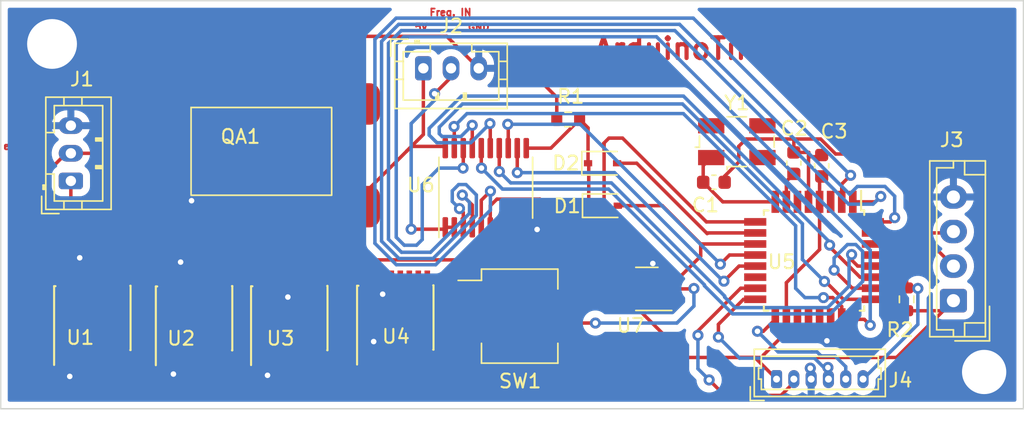
<source format=kicad_pcb>
(kicad_pcb (version 20211014) (generator pcbnew)
  (layers (0 "F.Cu" signal) (31 "B.Cu" signal) (34 "B.Paste" user) (35 "F.Paste" user) (36 "B.SilkS" user "B.Silkscreen") (37 "F.SilkS" user "F.Silkscreen") (38 "B.Mask" user) (39 "F.Mask" user) (44 "Edge.Cuts" user))
  (net 0 "")
  (net 1 "Net-(D1-Pad2)")
  (net 2 "/Reset")
  (net 3 "Net-(D1-Pad1)")
  (net 4 "Net-(D2-Pad2)")
  (net 5 "+5V")
  (net 6 "Net-(J1-Pad2)")
  (net 7 "GND")
  (net 8 "Net-(J2-Pad2)")
  (net 9 "Net-(SW1-Pad1)")
  (net 10 "Net-(U1-Pad3)")
  (net 15 "Net-(SW1-Pad2)")
  (net 16 "Net-(U2-Pad3)")
  (net 21 "Net-(U2-Pad12)")
  (net 22 "Net-(U1-Pad9)")
  (net 23 "Net-(U3-Pad3)")
  (net 26 "Net-(U2-Pad9)")
  (net 29 "Net-(U3-Pad12)")
  (net 30 "Net-(U3-Pad9)")
  (net 31 "Net-(U4-Pad3)")
  (net 36 "GAU")
  (net 37 "GBL")
  (net 40 "GBU")
  (net 41 "Net-(U5-Pad12)")
  (net 42 "Net-(U5-Pad13)")
  (net 46 "Net-(U5-Pad23)")
  (net 47 "Net-(U5-Pad24)")
  (net 48 "Net-(U5-Pad25)")
  (net 49 "Net-(U5-Pad26)")
  (net 50 "Net-(U5-Pad27)")
  (net 51 "Net-(U5-Pad28)")
  (net 52 "GAL")
  (net 53 "Net-(U6-Pad7)")
  (net 54 "Net-(U6-Pad8)")
  (net 55 "Net-(C1-Pad1)")
  (net 56 "Net-(C2-Pad1)")
  (net 57 "Net-(U1-Pad12)")
  (net 62 "Net-(J3-Pad2)")
  (net 63 "Net-(J3-Pad3)")
  (net 64 "Net-(J4-Pad2)")
  (net 65 "Net-(J4-Pad4)")
  (net 66 "Net-(SW1-Pad4)")
  (net 67 "Net-(SW1-Pad3)")
  (net 68 "Net-(J4-Pad5)")
  (footprint "Connector_JST:JST_PH_B3B-PH-K_1x03_P2.00mm_Vertical" (layer "F.Cu") (at 109.99 92.435 90)
    (fp_text reference "J1")
    (fp_text value "Conn_01x03_Male")
  )
  (footprint "Package_SO:TSSOP-20_4.4x6.5mm_P0.65mm" (layer "F.Cu") (at 139.97 92.925 90)
    (fp_text reference "U6")
    (fp_text value "74LV8154")
  )
  (footprint "Resistor_SMD:R_0603_1608Metric" (layer "F.Cu") (at 170.38 101 -90)
    (fp_text reference "R2")
    (fp_text value "10k")
  )
  (footprint "Diode_SMD:D_SOD-323" (layer "F.Cu") (at 148.46 94.225)
    (fp_text reference "D1")
    (fp_text value "1N4448")
  )
  (footprint "Diode_SMD:D_SOD-323" (layer "F.Cu") (at 148.41 91.155)
    (fp_text reference "D2")
    (fp_text value "1N4448")
  )
  (footprint "Capacitor_SMD:C_0603_1608Metric" (layer "F.Cu") (at 162.23 91.145 90)
    (fp_text reference "C2")
    (fp_text value "22pF")
  )
  (footprint "Resistor_SMD:R_0603_1608Metric" (layer "F.Cu") (at 145.925 87.985 180)
    (fp_text reference "R1")
    (fp_text value "10k")
  )
  (footprint "Library:Quarz-Adapter" (layer "F.Cu") (at 110.04 99.565)
    (fp_text reference "QA1")
    (fp_text value "Quarz-Adapter")
  )
  (footprint "Capacitor_SMD:C_0603_1608Metric" (layer "F.Cu") (at 156.455 92.53)
    (fp_text reference "C1")
    (fp_text value "22pF")
  )
  (footprint "Crystal:Crystal_SMD_EuroQuartz_MJ-4Pin_5.0x3.2mm" (layer "F.Cu") (at 158.11 89.595)
    (fp_text reference "Y1")
    (fp_text value "16MHz")
  )
  (footprint "Package_SO:SSOP-16_4.4x5.2mm_P0.65mm" (layer "F.Cu") (at 118.93 102.365 90)
    (fp_text reference "U2")
    (fp_text value "74LS390")
  )
  (footprint "Package_TO_SOT_SMD:SOT-23-5" (layer "F.Cu") (at 151.61 100.245 180)
    (fp_text reference "U7")
    (fp_text value "74AHC1G04")
  )
  (footprint "Package_SO:SSOP-16_4.4x5.2mm_P0.65mm" (layer "F.Cu") (at 111.58 102.345 90)
    (fp_text reference "U1")
    (fp_text value "74LS390")
  )
  (footprint "Connector_JST:JST_PH_B3B-PH-K_1x03_P2.00mm_Vertical" (layer "F.Cu") (at 135.46 84.285)
    (fp_text reference "J2")
    (fp_text value "Conn_01x03_Male")
  )
  (footprint "Package_QFP:TQFP-32_7x7mm_P0.8mm" (layer "F.Cu") (at 163.69 98.195 -90)
    (fp_text reference "U5")
    (fp_text value "ATmega328PB-A")
  )
  (footprint "Package_SO:SSOP-16_4.4x5.2mm_P0.65mm" (layer "F.Cu") (at 125.81 102.355 90)
    (fp_text reference "U3")
    (fp_text value "74LS390")
  )
  (footprint "Capacitor_SMD:C_0603_1608Metric" (layer "F.Cu") (at 164.24 91.335 -90)
    (fp_text reference "C3")
    (fp_text value "100nF")
  )
  (footprint "Connector_JST:JST_EH_B4B-EH-A_1x04_P2.50mm_Vertical" (layer "F.Cu") (at 173.76 101.095 90)
    (fp_text reference "J3")
    (fp_text value "Conn_01x04_Male")
  )
  (footprint "Package_SO:SSOP-16_4.4x5.2mm_P0.65mm" (layer "F.Cu") (at 133.47 102.315 90)
    (fp_text reference "U4")
    (fp_text value "74LS390")
  )
  (footprint "Button_Switch_SMD:SW_DIP_SPSTx04_Slide_KingTek_DSHP04TS_W7.62mm_P1.27mm" (layer "F.Cu") (at 142.42 102.215)
    (fp_text reference "SW1")
    (fp_text value "SW_DIP_x04")
  )
  (footprint "Connector_Molex:Molex_PicoBlade_53047-0610_1x06_P1.25mm_Vertical" (layer "F.Cu") (at 160.98 106.77)
    (fp_text reference "J4")
    (fp_text value "Conn_01x06_Male")
  )
  (gr_rect (start 104.92 79.395) (end 178.82 108.915) (layer "Edge.Cuts") (width 0.1) (fill none))
  (gr_text "5V" (at 106.89 92.49) (layer "F.Cu") (effects (font (size 0.5 0.5) (thickness 0.125))))
  (gr_text "5V" (at 135.3 81.31) (layer "F.Cu") (effects (font (size 0.5 0.5) (thickness 0.125))))
  (gr_text "NP 2023\nWIE GmbH" (at 105.59 107.48) (layer "F.Cu") (effects (font (size 0.5 0.5) (thickness 0.125)) (justify left)))
  (gr_text "ext. Gate \n10MHz" (at 107.02 90.32) (layer "F.Cu") (effects (font (size 0.5 0.5) (thickness 0.125))))
  (gr_text "ArduinoTimeMachine v1.1" (at 162.05 82.865) (layer "F.Cu") (effects (font (size 1.5 1.5) (thickness 0.3))))
  (gr_text "GND" (at 139.46 81.32) (layer "F.Cu") (effects (font (size 0.5 0.5) (thickness 0.125))))
  (gr_text "Freq. IN" (at 137.42 80.24) (layer "F.Cu") (effects (font (size 0.5 0.5) (thickness 0.125))))
  (gr_text "GND\n" (at 106.81 88.5) (layer "F.Cu") (effects (font (size 0.5 0.5) (thickness 0.125))))
  (segment (start 146.23 100.31) (end 146.23 103.13) (width 0.25) (layer "F.Cu") (net 1))
  (segment (start 154.98 100.245) (end 155.01 100.215) (width 0.25) (layer "F.Cu") (net 1))
  (segment (start 155.5 97.876751) (end 155.5 96.995) (width 0.25) (layer "F.Cu") (net 1))
  (segment (start 155.5 96.995) (end 159.44 96.995) (width 0.25) (layer "F.Cu") (net 1))
  (segment (start 146.23 104.12) (end 146.23 100.31) (width 0.25) (layer "F.Cu") (net 1))
  (segment (start 149.51 94.225) (end 152.73 94.225) (width 0.25) (layer "F.Cu") (net 1))
  (segment (start 152.73 94.225) (end 155.5 96.995) (width 0.25) (layer "F.Cu") (net 1))
  (segment (start 153.131751 100.245) (end 155.5 97.876751) (width 0.25) (layer "F.Cu") (net 1))
  (segment (start 152.7475 100.245) (end 153.131751 100.245) (width 0.25) (layer "F.Cu") (net 1))
  (segment (start 152.7475 100.245) (end 154.98 100.245) (width 0.25) (layer "F.Cu") (net 1))
  (segment (start 146.365 102.715) (end 146.23 102.85) (width 0.25) (layer "F.Cu") (net 1))
  (segment (start 147.89 102.715) (end 146.365 102.715) (width 0.25) (layer "F.Cu") (net 1))
  (via (at 147.89 102.715) (size 0.8) (drill 0.4) (layers "F.Cu" "B.Cu") (net 1))
  (via (at 155.01 100.215) (size 0.8) (drill 0.4) (layers "F.Cu" "B.Cu") (net 1))
  (segment (start 155.01 101.485) (end 155.01 100.215) (width 0.25) (layer "B.Cu") (net 1))
  (segment (start 147.89 102.715) (end 153.78 102.715) (width 0.25) (layer "B.Cu") (net 1))
  (segment (start 153.78 102.715) (end 155.01 101.485) (width 0.25) (layer "B.Cu") (net 1))
  (segment (start 170.38 98.235) (end 170.38 100.175) (width 0.25) (layer "F.Cu") (net 2))
  (segment (start 170.38 100.175) (end 171.155 100.175) (width 0.25) (layer "F.Cu") (net 2))
  (segment (start 169.94 97.795) (end 170.38 98.235) (width 0.25) (layer "F.Cu") (net 2))
  (segment (start 167.94 97.795) (end 169.94 97.795) (width 0.25) (layer "F.Cu") (net 2))
  (segment (start 171.155 100.175) (end 171.19 100.21) (width 0.25) (layer "F.Cu") (net 2))
  (via (at 171.19 100.21) (size 0.8) (drill 0.4) (layers "F.Cu" "B.Cu") (net 2))
  (segment (start 171.19 100.21) (end 171.19 102.81) (width 0.25) (layer "B.Cu") (net 2))
  (segment (start 171.19 102.81) (end 167.23 106.77) (width 0.25) (layer "B.Cu") (net 2))
  (segment (start 147.41 94.225) (end 147.41 91.205) (width 0.25) (layer "F.Cu") (net 3))
  (segment (start 144.6725 90.0625) (end 146.75 87.985) (width 0.25) (layer "F.Cu") (net 3))
  (segment (start 147.36 88.595) (end 146.75 87.985) (width 0.25) (layer "F.Cu") (net 3))
  (segment (start 147.41 91.205) (end 147.36 91.155) (width 0.25) (layer "F.Cu") (net 3))
  (segment (start 142.895 90.0625) (end 144.6725 90.0625) (width 0.25) (layer "F.Cu") (net 3))
  (segment (start 147.36 91.155) (end 147.36 88.595) (width 0.25) (layer "F.Cu") (net 3))
  (segment (start 149.41 91.155) (end 150.88 91.155) (width 0.25) (layer "F.Cu") (net 4))
  (segment (start 155.97 96.245) (end 156.02 96.195) (width 0.25) (layer "F.Cu") (net 4))
  (segment (start 156.02 96.195) (end 159.44 96.195) (width 0.25) (layer "F.Cu") (net 4))
  (segment (start 150.88 91.155) (end 155.97 96.245) (width 0.25) (layer "F.Cu") (net 4))
  (segment (start 109.305 99.445) (end 109.305 94.88) (width 0.25) (layer "F.Cu") (net 5))
  (segment (start 161.69 103.37) (end 160.03 105.03) (width 0.25) (layer "F.Cu") (net 5))
  (segment (start 169.65 105.205) (end 160.03 105.205) (width 0.25) (layer "F.Cu") (net 5))
  (segment (start 121.48 97.565) (end 121.52 97.525) (width 0.25) (layer "F.Cu") (net 5))
  (segment (start 123.45 99.455) (end 121.52 97.525) (width 0.25) (layer "F.Cu") (net 5))
  (segment (start 115.63 97.565) (end 121.48 97.565) (width 0.25) (layer "F.Cu") (net 5))
  (segment (start 164.09 92.395) (end 164.25 92.235) (width 0.25) (layer "F.Cu") (net 5))
  (segment (start 138.65 98.145) (end 129.91 98.145) (width 0.25) (layer "F.Cu") (net 5))
  (segment (start 121.52 97.525) (end 129.29 97.525) (width 0.25) (layer "F.Cu") (net 5))
  (segment (start 129.925 98.145) (end 131.195 99.415) (width 0.25) (layer "F.Cu") (net 5))
  (segment (start 134.255 90.28) (end 134.6 89.935) (width 0.25) (layer "F.Cu") (net 5))
  (segment (start 135.46 84.285) (end 135.46 89.075) (width 0.25) (layer "F.Cu") (net 5))
  (segment (start 109.99 94.195) (end 113.36 97.565) (width 0.25) (layer "F.Cu") (net 5))
  (segment (start 131.32 93.215) (end 134.255 90.28) (width 0.25) (layer "F.Cu") (net 5))
  (segment (start 135.46 89.075) (end 134.255 90.28) (width 0.25) (layer "F.Cu") (net 5))
  (segment (start 158.295 105.205) (end 154.48 105.205) (width 0.25) (layer "F.Cu") (net 5))
  (segment (start 116.655 98.59) (end 115.63 97.565) (width 0.25) (layer "F.Cu") (net 5))
  (segment (start 109.99 92.435) (end 109.99 94.195) (width 0.25) (layer "F.Cu") (net 5))
  (segment (start 160.03 105.03) (end 160.03 105.205) (width 0.25) (layer "F.Cu") (net 5))
  (segment (start 109.305 94.88) (end 109.99 94.195) (width 0.25) (layer "F.Cu") (net 5))
  (segment (start 123.535 99.455) (end 123.45 99.455) (width 0.25) (layer "F.Cu") (net 5))
  (segment (start 173.76 101.095) (end 169.65 105.205) (width 0.25) (layer "F.Cu") (net 5))
  (segment (start 129.91 98.145) (end 129.925 98.145) (width 0.25) (layer "F.Cu") (net 5))
  (segment (start 164.09 93.945) (end 164.09 92.395) (width 0.25) (layer "F.Cu") (net 5))
  (segment (start 129.29 97.525) (end 129.33 97.565) (width 0.25) (layer "F.Cu") (net 5))
  (segment (start 154.48 105.205) (end 154.48 105.2025) (width 0.25) (layer "F.Cu") (net 5))
  (segment (start 134.6 89.935) (end 136.9175 89.935) (width 0.25) (layer "F.Cu") (net 5))
  (segment (start 147.4225 98.145) (end 138.65 98.145) (width 0.25) (layer "F.Cu") (net 5))
  (segment (start 150.515 101.2375) (end 147.4225 98.145) (width 0.25) (layer "F.Cu") (net 5))
  (segment (start 159.415 105.205) (end 158.295 105.205) (width 0.25) (layer "F.Cu") (net 5))
  (segment (start 136.9175 89.935) (end 137.045 90.0625) (width 0.25) (layer "F.Cu") (net 5))
  (segment (start 116.655 99.465) (end 116.655 98.59) (width 0.25) (layer "F.Cu") (net 5))
  (segment (start 160.98 106.77) (end 159.415 105.205) (width 0.25) (layer "F.Cu") (net 5))
  (segment (start 173.03 101.825) (end 173.76 101.095) (width 0.25) (layer "F.Cu") (net 5))
  (segment (start 161.69 102.445) (end 161.69 103.37) (width 0.25) (layer "F.Cu") (net 5))
  (segment (start 160.03 105.205) (end 158.295 105.205) (width 0.25) (layer "F.Cu") (net 5))
  (segment (start 161.69 99.795) (end 161.69 102.445) (width 0.25) (layer "F.Cu") (net 5))
  (segment (start 164.09 93.945) (end 164.09 97.395) (width 0.25) (layer "F.Cu") (net 5))
  (segment (start 129.29 95.835) (end 130.83 94.295) (width 0.25) (layer "F.Cu") (net 5))
  (segment (start 129.91 98.145) (end 129.33 97.565) (width 0.25) (layer "F.Cu") (net 5))
  (segment (start 170.38 101.825) (end 173.03 101.825) (width 0.25) (layer "F.Cu") (net 5))
  (segment (start 113.36 97.565) (end 115.63 97.565) (width 0.25) (layer "F.Cu") (net 5))
  (segment (start 154.48 105.2025) (end 150.4725 101.195) (width 0.25) (layer "F.Cu") (net 5))
  (segment (start 164.09 97.395) (end 161.69 99.795) (width 0.25) (layer "F.Cu") (net 5))
  (segment (start 129.29 97.525) (end 129.29 95.835) (width 0.25) (layer "F.Cu") (net 5))
  (segment (start 108.1 99.45) (end 108.1 91.99) (width 0.25) (layer "F.Cu") (net 6))
  (segment (start 108.1 91.99) (end 109.655 90.435) (width 0.25) (layer "F.Cu") (net 6))
  (segment (start 109.305 100.655) (end 108.1 99.45) (width 0.25) (layer "F.Cu") (net 6))
  (segment (start 109.99 90.435) (end 127.26 90.435) (width 0.25) (layer "F.Cu") (net 6))
  (segment (start 127.26 90.435) (end 130.83 86.865) (width 0.25) (layer "F.Cu") (net 6))
  (segment (start 109.655 90.435) (end 109.99 90.435) (width 0.25) (layer "F.Cu") (net 6))
  (segment (start 109.305 105.245) (end 109.305 100.655) (width 0.25) (layer "F.Cu") (net 6))
  (segment (start 128.085 105.255) (end 128.085 105.555) (width 0.25) (layer "F.Cu") (net 7))
  (segment (start 143.0525 95.945) (end 142.895 95.7875) (width 0.25) (layer "F.Cu") (net 7))
  (segment (start 164.04 102.495) (end 164.09 102.445) (width 0.25) (layer "F.Cu") (net 7))
  (segment (start 171.16 93.595) (end 173.76 93.595) (width 0.25) (layer "F.Cu") (net 7))
  (segment (start 163.29 93.945) (end 163.29 90.65) (width 0.25) (layer "F.Cu") (net 7))
  (segment (start 158.78 89.4) (end 162.28 89.4) (width 0.25) (layer "F.Cu") (net 7))
  (segment (start 114.82 88.435) (end 116.39 86.865) (width 0.25) (layer "F.Cu") (net 7))
  (segment (start 128.57 106.04) (end 131.77 106.04) (width 0.25) (layer "F.Cu") (net 7))
  (segment (start 117.305 105.265) (end 117.305 106.31) (width 0.25) (layer "F.Cu") (net 7))
  (segment (start 139.46 84.285) (end 143 84.285) (width 0.25) (layer "F.Cu") (net 7))
  (segment (start 132.52 99.44) (end 132.495 99.415) (width 0.25) (layer "F.Cu") (net 7))
  (segment (start 163.325 90.685) (end 163.29 90.65) (width 0.25) (layer "F.Cu") (net 7))
  (segment (start 113.855 105.245) (end 115.015 106.405) (width 0.25) (layer "F.Cu") (net 7))
  (segment (start 135.23 106.275) (end 135.75 105.755) (width 0.25) (layer "F.Cu") (net 7))
  (segment (start 132.155 106.275) (end 135.23 106.275) (width 0.25) (layer "F.Cu") (net 7))
  (segment (start 109.99 88.435) (end 114.82 88.435) (width 0.25) (layer "F.Cu") (net 7))
  (segment (start 131.845 105.215) (end 131.845 105.965) (width 0.25) (layer "F.Cu") (net 7))
  (segment (start 132.52 100.625) (end 132.52 99.44) (width 0.25) (layer "F.Cu") (net 7))
  (segment (start 145.1 87.985) (end 145.1 86.385) (width 0.25) (layer "F.Cu") (net 7))
  (segment (start 115.015 106.405) (end 117.4 106.405) (width 0.25) (layer "F.Cu") (net 7))
  (segment (start 158.25 89.93) (end 158.78 89.4) (width 0.25) (layer "F.Cu") (net 7))
  (segment (start 157.23 92.09) (end 158.25 91.07) (width 0.25) (layer "F.Cu") (net 7))
  (segment (start 118.71 93.865) (end 117.04 93.865) (width 0.25) (layer "F.Cu") (net 7))
  (segment (start 162.28 89.4) (end 164.165 89.4) (width 0.25) (layer "F.Cu") (net 7))
  (segment (start 117.92 99.43) (end 117.955 99.465) (width 0.25) (layer "F.Cu") (net 7))
  (segment (start 164.62 104) (end 164.04 103.42) (width 0.25) (layer "F.Cu") (net 7))
  (segment (start 131.77 106.04) (end 131.845 105.965) (width 0.25) (layer "F.Cu") (net 7))
  (segment (start 131.845 105.965) (end 132.155 106.275) (width 0.25) (layer "F.Cu") (net 7))
  (segment (start 158.25 91.07) (end 158.25 89.93) (width 0.25) (layer "F.Cu") (net 7))
  (segment (start 137.15 81.975) (end 121.28 81.975) (width 0.25) (layer "F.Cu") (net 7))
  (segment (start 164.165 89.4) (end 165.25 90.485) (width 0.25) (layer "F.Cu") (net 7))
  (segment (start 164.25 90.685) (end 163.325 90.685) (width 0.25) (layer "F.Cu") (net 7))
  (segment (start 109.955 106.53) (end 109.91 106.575) (width 0.25) (layer "F.Cu") (net 7))
  (segment (start 110.605 98.02) (end 110.63 97.995) (width 0.25) (layer "F.Cu") (net 7))
  (segment (start 124.185 106.48) (end 124.2 106.495) (width 0.25) (layer "F.Cu") (net 7))
  (segment (start 131.87 104.055) (end 131.87 105.19) (width 0.25) (layer "F.Cu") (net 7))
  (segment (start 125.67 100.835) (end 124.835 100) (width 0.25) (layer "F.Cu") (net 7))
  (segment (start 163.29 90.65) (end 163.29 90.39) (width 0.25) (layer "F.Cu") (net 7))
  (segment (start 164.04 103.42) (end 164.04 102.495) (width 0.25) (layer "F.Cu") (net 7))
  (segment (start 143.68 95.945) (end 143.0525 95.945) (width 0.25) (layer "F.Cu") (net 7))
  (segment (start 124.185 105.255) (end 124.185 106.48) (width 0.25) (layer "F.Cu") (net 7))
  (segment (start 168.05 90.485) (end 171.16 93.595) (width 0.25) (layer "F.Cu") (net 7))
  (segment (start 131.87 105.19) (end 131.845 105.215) (width 0.25) (layer "F.Cu") (net 7))
  (segment (start 157.23 92.53) (end 157.23 92.09) (width 0.25) (layer "F.Cu") (net 7))
  (segment (start 109.955 105.245) (end 109.955 106.53) (width 0.25) (layer "F.Cu") (net 7))
  (segment (start 121.205 105.265) (end 122.435 106.495) (width 0.25) (layer "F.Cu") (net 7))
  (segment (start 165.25 90.485) (end 168.05 90.485) (width 0.25) (layer "F.Cu") (net 7))
  (segment (start 143 84.285) (end 145.1 86.385) (width 0.25) (layer "F.Cu") (net 7))
  (segment (start 163.29 90.39) (end 163.31 90.37) (width 0.25) (layer "F.Cu") (net 7))
  (segment (start 122.435 106.495) (end 124.2 106.495) (width 0.25) (layer "F.Cu") (net 7))
  (segment (start 152.04 98.405) (end 152.04 98.5875) (width 0.25) (layer "F.Cu") (net 7))
  (segment (start 117.305 106.31) (end 117.4 106.405) (width 0.25) (layer "F.Cu") (net 7))
  (segment (start 124.835 100) (end 124.835 99.455) (width 0.25) (layer "F.Cu") (net 7))
  (segment (start 110.605 99.445) (end 110.605 98.02) (width 0.25) (layer "F.Cu") (net 7))
  (segment (start 152.04 98.5875) (end 152.7475 99.295) (width 0.25) (layer "F.Cu") (net 7))
  (segment (start 163.31 90.37) (end 162.23 90.37) (width 0.25) (layer "F.Cu") (net 7))
  (segment (start 117.92 98.305) (end 117.92 99.43) (width 0.25) (layer "F.Cu") (net 7))
  (segment (start 162.23 90.37) (end 162.23 89.45) (width 0.25) (layer "F.Cu") (net 7))
  (segment (start 121.28 81.975) (end 116.39 86.865) (width 0.25) (layer "F.Cu") (net 7))
  (segment (start 162.23 89.45) (end 162.28 89.4) (width 0.25) (layer "F.Cu") (net 7))
  (segment (start 139.46 84.285) (end 137.15 81.975) (width 0.25) (layer "F.Cu") (net 7))
  (segment (start 128.085 105.555) (end 128.57 106.04) (width 0.25) (layer "F.Cu") (net 7))
  (via (at 117.4 106.405) (size 0.8) (drill 0.4) (layers "F.Cu" "B.Cu") (net 7))
  (via (at 124.2 106.495) (size 0.8) (drill 0.4) (layers "F.Cu" "B.Cu") (net 7))
  (via (at 118.71 93.865) (size 0.8) (drill 0.4) (layers "F.Cu" "B.Cu") (net 7))
  (via (at 117.92 98.305) (size 0.8) (drill 0.4) (layers "F.Cu" "B.Cu") (net 7))
  (via (at 131.87 104.055) (size 0.8) (drill 0.4) (layers "F.Cu" "B.Cu") (net 7))
  (via (at 125.67 100.835) (size 0.8) (drill 0.4) (layers "F.Cu" "B.Cu") (net 7))
  (via (at 164.62 104) (size 0.8) (drill 0.4) (layers "F.Cu" "B.Cu") (net 7))
  (via (at 109.91 106.575) (size 0.8) (drill 0.4) (layers "F.Cu" "B.Cu") (net 7))
  (via (at 108.63 82.525) (size 4) (drill 3.6) (layers "F.Cu" "B.Cu") (net 7))
  (via (at 110.63 97.995) (size 0.8) (drill 0.4) (layers "F.Cu" "B.Cu") (net 7))
  (via (at 163.42 105.98) (size 0.8) (drill 0.4) (layers "F.Cu" "B.Cu") (net 7))
  (via (at 175.98 106.255) (size 4) (drill 3.2) (layers "F.Cu" "B.Cu") (net 7))
  (via (at 132.52 100.625) (size 0.8) (drill 0.4) (layers "F.Cu" "B.Cu") (net 7))
  (via (at 143.68 95.945) (size 0.8) (drill 0.4) (layers "F.Cu" "B.Cu") (net 7))
  (via (at 152.04 98.405) (size 0.8) (drill 0.4) (layers "F.Cu" "B.Cu") (net 7))
  (segment (start 163.42 106.71) (end 163.48 106.77) (width 0.25) (layer "B.Cu") (net 7))
  (segment (start 163.42 105.98) (end 163.42 106.71) (width 0.25) (layer "B.Cu") (net 7))
  (segment (start 136.27 86.125) (end 137.46 84.935) (width 0.25) (layer "F.Cu") (net 8))
  (segment (start 137.46 84.935) (end 137.46 84.285) (width 0.25) (layer "F.Cu") (net 8))
  (segment (start 136.9075 95.925) (end 137.045 95.7875) (width 0.25) (layer "F.Cu") (net 8))
  (segment (start 134.58 95.925) (end 136.9075 95.925) (width 0.25) (layer "F.Cu") (net 8))
  (segment (start 137.695 95.7875) (end 137.045 95.7875) (width 0.25) (layer "F.Cu") (net 8))
  (via (at 136.27 86.125) (size 0.8) (drill 0.4) (layers "F.Cu" "B.Cu") (net 8))
  (via (at 134.58 95.925) (size 0.8) (drill 0.4) (layers "F.Cu" "B.Cu") (net 8))
  (segment (start 136.27 86.595) (end 134.58 88.285) (width 0.25) (layer "B.Cu") (net 8))
  (segment (start 134.58 88.285) (end 134.58 95.925) (width 0.25) (layer "B.Cu") (net 8))
  (segment (start 136.27 86.125) (end 136.27 86.595) (width 0.25) (layer "B.Cu") (net 8))
  (segment (start 135.095 103.57) (end 135.095 105.215) (width 0.25) (layer "F.Cu") (net 9))
  (segment (start 138.355 100.31) (end 135.095 103.57) (width 0.25) (layer "F.Cu") (net 9))
  (segment (start 138.61 100.31) (end 138.355 100.31) (width 0.25) (layer "F.Cu") (net 9))
  (segment (start 111.255 105.245) (end 110.605 105.245) (width 0.25) (layer "F.Cu") (net 10))
  (segment (start 128.285 106.855) (end 127.435 106.005) (width 0.25) (layer "F.Cu") (net 15))
  (segment (start 136.77 106.445) (end 136.36 106.855) (width 0.25) (layer "F.Cu") (net 15))
  (segment (start 124.185 99.455) (end 124.185 100.62) (width 0.25) (layer "F.Cu") (net 15))
  (segment (start 136.77 103.165) (end 136.77 106.445) (width 0.25) (layer "F.Cu") (net 15))
  (segment (start 136.36 106.855) (end 128.285 106.855) (width 0.25) (layer "F.Cu") (net 15))
  (segment (start 124.185 100.62) (end 127.435 103.87) (width 0.25) (layer "F.Cu") (net 15))
  (segment (start 138.61 101.58) (end 138.355 101.58) (width 0.25) (layer "F.Cu") (net 15))
  (segment (start 127.435 106.005) (end 127.435 105.255) (width 0.25) (layer "F.Cu") (net 15))
  (segment (start 127.435 103.87) (end 127.435 105.255) (width 0.25) (layer "F.Cu") (net 15))
  (segment (start 138.355 101.58) (end 136.77 103.165) (width 0.25) (layer "F.Cu") (net 15))
  (segment (start 117.955 105.265) (end 118.605 105.265) (width 0.25) (layer "F.Cu") (net 16))
  (segment (start 118.605 99.465) (end 119.255 99.465) (width 0.25) (layer "F.Cu") (net 21))
  (segment (start 116.09 105.265) (end 116.655 105.265) (width 0.25) (layer "F.Cu") (net 22))
  (segment (start 113.855 103.03) (end 116.09 105.265) (width 0.25) (layer "F.Cu") (net 22))
  (segment (start 113.855 99.445) (end 113.855 103.03) (width 0.25) (layer "F.Cu") (net 22))
  (segment (start 125.485 105.255) (end 124.835 105.255) (width 0.25) (layer "F.Cu") (net 23))
  (segment (start 121.205 102.925) (end 123.535 105.255) (width 0.25) (layer "F.Cu") (net 26))
  (segment (start 121.205 99.465) (end 121.205 102.925) (width 0.25) (layer "F.Cu") (net 26))
  (segment (start 125.485 99.455) (end 126.135 99.455) (width 0.25) (layer "F.Cu") (net 29))
  (segment (start 131.195 105.175) (end 128.085 102.065) (width 0.25) (layer "F.Cu") (net 30))
  (segment (start 128.085 99.455) (end 128.085 102.065) (width 0.25) (layer "F.Cu") (net 30))
  (segment (start 131.195 105.215) (end 131.195 105.175) (width 0.25) (layer "F.Cu") (net 30))
  (segment (start 133.145 105.215) (end 132.495 105.215) (width 0.25) (layer "F.Cu") (net 31))
  (segment (start 166.49 93.945) (end 168.12 93.945) (width 0.25) (layer "F.Cu") (net 36))
  (segment (start 138.995 94.177314) (end 138.995 95.7875) (width 0.25) (layer "F.Cu") (net 36))
  (segment (start 168.12 93.945) (end 168.51 93.555) (width 0.25) (layer "F.Cu") (net 36))
  (segment (start 138.274282 93.456596) (end 138.995 94.177314) (width 0.25) (layer "F.Cu") (net 36))
  (via (at 168.51 93.555) (size 0.8) (drill 0.4) (layers "F.Cu" "B.Cu") (net 36))
  (via (at 138.274282 93.456596) (size 0.8) (drill 0.4) (layers "F.Cu" "B.Cu") (net 36))
  (segment (start 138.795 94.78) (end 135.98 97.595) (width 0.25) (layer "B.Cu") (net 36))
  (segment (start 138.274282 93.456596) (end 138.795 93.977314) (width 0.25) (layer "B.Cu") (net 36))
  (segment (start 167.95 94.115) (end 168.51 93.555) (width 0.25) (layer "B.Cu") (net 36))
  (segment (start 153.63 81.555) (end 166.19 94.115) (width 0.25) (layer "B.Cu") (net 36))
  (segment (start 132.94 96.655) (end 132.94 82.478604) (width 0.25) (layer "B.Cu") (net 36))
  (segment (start 138.795 93.977314) (end 138.795 94.78) (width 0.25) (layer "B.Cu") (net 36))
  (segment (start 132.94 82.478604) (end 133.863604 81.555) (width 0.25) (layer "B.Cu") (net 36))
  (segment (start 135.98 97.595) (end 133.88 97.595) (width 0.25) (layer "B.Cu") (net 36))
  (segment (start 133.863604 81.555) (end 153.63 81.555) (width 0.25) (layer "B.Cu") (net 36))
  (segment (start 133.88 97.595) (end 132.94 96.655) (width 0.25) (layer "B.Cu") (net 36))
  (segment (start 166.19 94.115) (end 167.95 94.115) (width 0.25) (layer "B.Cu") (net 36))
  (segment (start 140.305451 93.175049) (end 139.645 93.8355) (width 0.25) (layer "F.Cu") (net 37))
  (segment (start 165.69 92.665) (end 166.33 92.025) (width 0.25) (layer "F.Cu") (net 37))
  (segment (start 165.69 93.945) (end 165.69 92.665) (width 0.25) (layer "F.Cu") (net 37))
  (segment (start 139.645 93.8355) (end 139.645 95.7875) (width 0.25) (layer "F.Cu") (net 37))
  (via (at 140.305451 93.175049) (size 0.8) (drill 0.4) (layers "F.Cu" "B.Cu") (net 37))
  (via (at 166.33 92.025) (size 0.8) (drill 0.4) (layers "F.Cu" "B.Cu") (net 37))
  (segment (start 131.96 82.185812) (end 133.490812 80.655) (width 0.25) (layer "B.Cu") (net 37))
  (segment (start 154.96 80.655) (end 166.33 92.025) (width 0.25) (layer "B.Cu") (net 37))
  (segment (start 136.352792 98.495) (end 133.507208 98.495) (width 0.25) (layer "B.Cu") (net 37))
  (segment (start 140.305451 93.175049) (end 140.305451 94.542341) (width 0.25) (layer "B.Cu") (net 37))
  (segment (start 140.305451 94.542341) (end 136.352792 98.495) (width 0.25) (layer "B.Cu") (net 37))
  (segment (start 133.507208 98.495) (end 131.96 96.947792) (width 0.25) (layer "B.Cu") (net 37))
  (segment (start 133.490812 80.655) (end 154.96 80.655) (width 0.25) (layer "B.Cu") (net 37))
  (segment (start 131.96 96.947792) (end 131.96 82.185812) (width 0.25) (layer "B.Cu") (net 37))
  (segment (start 149.85 89.335) (end 148.87 89.335) (width 0.25) (layer "F.Cu") (net 40))
  (segment (start 148.87 89.335) (end 148.49 89.715) (width 0.25) (layer "F.Cu") (net 40))
  (segment (start 143.8845 93.7495) (end 140.7755 93.7495) (width 0.25) (layer "F.Cu") (net 40))
  (segment (start 148.52 89.745) (end 148.52 95.135) (width 0.25) (layer "F.Cu") (net 40))
  (segment (start 140.295 94.23) (end 140.295 95.7875) (width 0.25) (layer "F.Cu") (net 40))
  (segment (start 148.49 89.715) (end 148.52 89.745) (width 0.25) (layer "F.Cu") (net 40))
  (segment (start 148.52 95.135) (end 147.78 95.875) (width 0.25) (layer "F.Cu") (net 40))
  (segment (start 146.01 95.875) (end 143.8845 93.7495) (width 0.25) (layer "F.Cu") (net 40))
  (segment (start 159.44 95.395) (end 155.91 95.395) (width 0.25) (layer "F.Cu") (net 40))
  (segment (start 155.91 95.395) (end 149.85 89.335) (width 0.25) (layer "F.Cu") (net 40))
  (segment (start 140.7755 93.7495) (end 140.295 94.23) (width 0.25) (layer "F.Cu") (net 40))
  (segment (start 147.78 95.875) (end 146.01 95.875) (width 0.25) (layer "F.Cu") (net 40))
  (segment (start 141.595 88.37) (end 141.595 90.0625) (width 0.25) (layer "F.Cu") (net 41))
  (segment (start 157.58 97.795) (end 156.92 98.455) (width 0.25) (layer "F.Cu") (net 41))
  (segment (start 141.56 88.335) (end 141.595 88.37) (width 0.25) (layer "F.Cu") (net 41))
  (segment (start 159.44 97.795) (end 157.58 97.795) (width 0.25) (layer "F.Cu") (net 41))
  (via (at 156.92 98.455) (size 0.8) (drill 0.4) (layers "F.Cu" "B.Cu") (net 41))
  (via (at 141.56 88.335) (size 0.8) (drill 0.4) (layers "F.Cu" "B.Cu") (net 41))
  (segment (start 141.56 88.335) (end 146.8 88.335) (width 0.25) (layer "B.Cu") (net 41))
  (segment (start 146.8 88.335) (end 156.92 98.455) (width 0.25) (layer "B.Cu") (net 41))
  (segment (start 142.245 91.83) (end 142.245 90.0625) (width 0.25) (layer "F.Cu") (net 42))
  (segment (start 158.27 98.595) (end 157.18 99.685) (width 0.25) (layer "F.Cu") (net 42))
  (segment (start 159.44 98.595) (end 158.27 98.595) (width 0.25) (layer "F.Cu") (net 42))
  (segment (start 142.25 91.835) (end 142.245 91.83) (width 0.25) (layer "F.Cu") (net 42))
  (via (at 157.18 99.685) (size 0.8) (drill 0.4) (layers "F.Cu" "B.Cu") (net 42))
  (via (at 142.25 91.835) (size 0.8) (drill 0.4) (layers "F.Cu" "B.Cu") (net 42))
  (segment (start 157.18 99.685) (end 157.124695 99.685) (width 0.25) (layer "B.Cu") (net 42))
  (segment (start 149.274695 91.835) (end 142.25 91.835) (width 0.25) (layer "B.Cu") (net 42))
  (segment (start 157.124695 99.685) (end 149.274695 91.835) (width 0.25) (layer "B.Cu") (net 42))
  (segment (start 165.045 100.875) (end 165.69 101.52) (width 0.25) (layer "F.Cu") (net 46))
  (segment (start 137.695 88.51) (end 137.695 90.0625) (width 0.25) (layer "F.Cu") (net 46))
  (segment (start 137.68 88.495) (end 137.695 88.51) (width 0.25) (layer "F.Cu") (net 46))
  (segment (start 165.69 101.52) (end 165.69 102.445) (width 0.25) (layer "F.Cu") (net 46))
  (segment (start 164.37 100.875) (end 165.045 100.875) (width 0.25) (layer "F.Cu") (net 46))
  (via (at 164.37 100.875) (size 0.8) (drill 0.4) (layers "F.Cu" "B.Cu") (net 46))
  (via (at 137.68 88.495) (size 0.8) (drill 0.4) (layers "F.Cu" "B.Cu") (net 46))
  (segment (start 154.245 87.56) (end 162.36 95.675) (width 0.25) (layer "B.Cu") (net 46))
  (segment (start 137.68 88.495) (end 138.615 87.56) (width 0.25) (layer "B.Cu") (net 46))
  (segment (start 162.36 95.675) (end 162.36 100.205) (width 0.25) (layer "B.Cu") (net 46))
  (segment (start 163.03 100.875) (end 164.37 100.875) (width 0.25) (layer "B.Cu") (net 46))
  (segment (start 162.36 100.205) (end 163.03 100.875) (width 0.25) (layer "B.Cu") (net 46))
  (segment (start 138.615 87.56) (end 154.245 87.56) (width 0.25) (layer "B.Cu") (net 46))
  (segment (start 138.345 90.0625) (end 138.345 91.49) (width 0.25) (layer "F.Cu") (net 47))
  (segment (start 167.32 102.445) (end 167.75 102.875) (width 0.25) (layer "F.Cu") (net 47))
  (segment (start 166.49 102.445) (end 167.32 102.445) (width 0.25) (layer "F.Cu") (net 47))
  (segment (start 138.345 91.49) (end 138.33 91.505) (width 0.25) (layer "F.Cu") (net 47))
  (via (at 138.33 91.505) (size 0.8) (drill 0.4) (layers "F.Cu" "B.Cu") (net 47))
  (via (at 167.75 102.875) (size 0.8) (drill 0.4) (layers "F.Cu" "B.Cu") (net 47))
  (segment (start 134.08 97.085) (end 133.5 96.505) (width 0.25) (layer "B.Cu") (net 47))
  (segment (start 136.59 91.505) (end 135.38 92.715) (width 0.25) (layer "B.Cu") (net 47))
  (segment (start 167.75 97.445097) (end 167.75 102.875) (width 0.25) (layer "B.Cu") (net 47))
  (segment (start 133.5 82.555) (end 134.05 82.005) (width 0.25) (layer "B.Cu") (net 47))
  (segment (start 135.38 96.675) (end 134.97 97.085) (width 0.25) (layer "B.Cu") (net 47))
  (segment (start 133.5 96.505) (end 133.5 82.555) (width 0.25) (layer "B.Cu") (net 47))
  (segment (start 152.309903 82.005) (end 167.75 97.445097) (width 0.25) (layer "B.Cu") (net 47))
  (segment (start 135.38 92.715) (end 135.38 96.675) (width 0.25) (layer "B.Cu") (net 47))
  (segment (start 134.05 82.005) (end 152.309903 82.005) (width 0.25) (layer "B.Cu") (net 47))
  (segment (start 138.33 91.505) (end 136.59 91.505) (width 0.25) (layer "B.Cu") (net 47))
  (segment (start 134.97 97.085) (end 134.08 97.085) (width 0.25) (layer "B.Cu") (net 47))
  (segment (start 138.995 88.41) (end 138.99 88.405) (width 0.25) (layer "F.Cu") (net 48))
  (segment (start 167.94 100.995) (end 165.801396 100.995) (width 0.25) (layer "F.Cu") (net 48))
  (segment (start 164.511396 99.705) (end 164.44 99.705) (width 0.25) (layer "F.Cu") (net 48))
  (segment (start 138.995 90.0625) (end 138.995 88.41) (width 0.25) (layer "F.Cu") (net 48))
  (segment (start 165.801396 100.995) (end 164.511396 99.705) (width 0.25) (layer "F.Cu") (net 48))
  (via (at 164.44 99.705) (size 0.8) (drill 0.4) (layers "F.Cu" "B.Cu") (net 48))
  (via (at 138.99 88.405) (size 0.8) (drill 0.4) (layers "F.Cu" "B.Cu") (net 48))
  (segment (start 162.85 98.115) (end 164.44 99.705) (width 0.25) (layer "B.Cu") (net 48))
  (segment (start 154.186396 86.865) (end 162.85 95.528604) (width 0.25) (layer "B.Cu") (net 48))
  (segment (start 136.61 89.015) (end 136.61 88.539695) (width 0.25) (layer "B.Cu") (net 48))
  (segment (start 136.815 89.22) (end 136.61 89.015) (width 0.25) (layer "B.Cu") (net 48))
  (segment (start 162.85 95.528604) (end 162.85 98.115) (width 0.25) (layer "B.Cu") (net 48))
  (segment (start 138.175 89.22) (end 136.815 89.22) (width 0.25) (layer "B.Cu") (net 48))
  (segment (start 138.99 88.405) (end 138.175 89.22) (width 0.25) (layer "B.Cu") (net 48))
  (segment (start 138.284695 86.865) (end 154.186396 86.865) (width 0.25) (layer "B.Cu") (net 48))
  (segment (start 136.61 88.539695) (end 138.284695 86.865) (width 0.25) (layer "B.Cu") (net 48))
  (segment (start 139.645 90.0625) (end 139.645 91.49) (width 0.25) (layer "F.Cu") (net 49))
  (segment (start 166.45 100.195) (end 165.14 98.885) (width 0.25) (layer "F.Cu") (net 49))
  (segment (start 139.645 91.49) (end 139.66 91.505) (width 0.25) (layer "F.Cu") (net 49))
  (segment (start 167.94 100.195) (end 166.45 100.195) (width 0.25) (layer "F.Cu") (net 49))
  (via (at 139.66 91.505) (size 0.8) (drill 0.4) (layers "F.Cu" "B.Cu") (net 49))
  (via (at 165.14 98.885) (size 0.8) (drill 0.4) (layers "F.Cu" "B.Cu") (net 49))
  (segment (start 155.77 100.015) (end 155.77 99.949695) (width 0.25) (layer "B.Cu") (net 49))
  (segment (start 165.14 98.885) (end 165.14 97.999695) (width 0.25) (layer "B.Cu") (net 49))
  (segment (start 148.845305 93.025) (end 141.18 93.025) (width 0.25) (layer "B.Cu") (net 49))
  (segment (start 155.77 99.949695) (end 148.845305 93.025) (width 0.25) (layer "B.Cu") (net 49))
  (segment (start 157.805 102.05) (end 155.77 100.015) (width 0.25) (layer "B.Cu") (net 49))
  (segment (start 141.18 93.025) (end 139.66 91.505) (width 0.25) (layer "B.Cu") (net 49))
  (segment (start 167.2 97.531493) (end 167.2 99.706701) (width 0.25) (layer "B.Cu") (net 49))
  (segment (start 164.856701 102.05) (end 157.805 102.05) (width 0.25) (layer "B.Cu") (net 49))
  (segment (start 166.103796 97.035899) (end 166.704406 97.035899) (width 0.25) (layer "B.Cu") (net 49))
  (segment (start 167.2 99.706701) (end 164.856701 102.05) (width 0.25) (layer "B.Cu") (net 49))
  (segment (start 166.704406 97.035899) (end 167.2 97.531493) (width 0.25) (layer "B.Cu") (net 49))
  (segment (start 165.14 97.999695) (end 166.103796 97.035899) (width 0.25) (layer "B.Cu") (net 49))
  (segment (start 164.8145 97.075) (end 164.8145 97.195896) (width 0.25) (layer "F.Cu") (net 50))
  (segment (start 164.8145 97.195896) (end 167.013604 99.395) (width 0.25) (layer "F.Cu") (net 50))
  (segment (start 140.295 88.31) (end 140.27 88.285) (width 0.25) (layer "F.Cu") (net 50))
  (segment (start 140.295 90.0625) (end 140.295 88.31) (width 0.25) (layer "F.Cu") (net 50))
  (segment (start 167.013604 99.395) (end 167.94 99.395) (width 0.25) (layer "F.Cu") (net 50))
  (via (at 140.27 88.285) (size 0.8) (drill 0.4) (layers "F.Cu" "B.Cu") (net 50))
  (via (at 164.8145 97.075) (size 0.8) (drill 0.4) (layers "F.Cu" "B.Cu") (net 50))
  (segment (start 138.218299 86.295) (end 135.88 88.633299) (width 0.25) (layer "B.Cu") (net 50))
  (segment (start 135.88 88.633299) (end 135.88 89.115) (width 0.25) (layer "B.Cu") (net 50))
  (segment (start 136.435 89.67) (end 138.885 89.67) (width 0.25) (layer "B.Cu") (net 50))
  (segment (start 164.8145 97.075) (end 164.8145 96.856708) (width 0.25) (layer "B.Cu") (net 50))
  (segment (start 164.8145 96.856708) (end 154.252792 86.295) (width 0.25) (layer "B.Cu") (net 50))
  (segment (start 135.88 89.115) (end 136.435 89.67) (width 0.25) (layer "B.Cu") (net 50))
  (segment (start 154.252792 86.295) (end 138.218299 86.295) (width 0.25) (layer "B.Cu") (net 50))
  (segment (start 138.885 89.67) (end 140.27 88.285) (width 0.25) (layer "B.Cu") (net 50))
  (segment (start 166.404101 98.149101) (end 166.85 98.595) (width 0.25) (layer "F.Cu") (net 51))
  (segment (start 140.95 91.755) (end 140.945 91.75) (width 0.25) (layer "F.Cu") (net 51))
  (segment (start 166.404101 97.760899) (end 166.404101 98.149101) (width 0.25) (layer "F.Cu") (net 51))
  (segment (start 140.945 91.75) (end 140.945 90.0625) (width 0.25) (layer "F.Cu") (net 51))
  (segment (start 166.85 98.595) (end 167.94 98.595) (width 0.25) (layer "F.Cu") (net 51))
  (via (at 140.95 91.755) (size 0.8) (drill 0.4) (layers "F.Cu" "B.Cu") (net 51))
  (via (at 166.404101 97.760899) (size 0.8) (drill 0.4) (layers "F.Cu" "B.Cu") (net 51))
  (segment (start 157.995 101.6) (end 157.23 100.835) (width 0.25) (layer "B.Cu") (net 51))
  (segment (start 166.22 97.945) (end 166.22 100.050305) (width 0.25) (layer "B.Cu") (net 51))
  (segment (start 166.22 100.050305) (end 164.670305 101.6) (width 0.25) (layer "B.Cu") (net 51))
  (segment (start 157.23 100.760305) (end 149.044695 92.575) (width 0.25) (layer "B.Cu") (net 51))
  (segment (start 164.670305 101.6) (end 157.995 101.6) (width 0.25) (layer "B.Cu") (net 51))
  (segment (start 141.77 92.575) (end 140.95 91.755) (width 0.25) (layer "B.Cu") (net 51))
  (segment (start 166.404101 97.760899) (end 166.22 97.945) (width 0.25) (layer "B.Cu") (net 51))
  (segment (start 157.23 100.835) (end 157.23 100.760305) (width 0.25) (layer "B.Cu") (net 51))
  (segment (start 149.044695 92.575) (end 141.77 92.575) (width 0.25) (layer "B.Cu") (net 51))
  (segment (start 169.21 95.395) (end 169.515 95.09) (width 0.25) (layer "F.Cu") (net 52))
  (segment (start 167.94 95.395) (end 169.21 95.395) (width 0.25) (layer "F.Cu") (net 52))
  (segment (start 138.345 94.71) (end 138.07 94.435) (width 0.25) (layer "F.Cu") (net 52))
  (segment (start 138.345 95.7875) (end 138.345 94.71) (width 0.25) (layer "F.Cu") (net 52))
  (via (at 138.07 94.435) (size 0.8) (drill 0.4) (layers "F.Cu" "B.Cu") (net 52))
  (via (at 169.515 95.09) (size 0.8) (drill 0.4) (layers "F.Cu" "B.Cu") (net 52))
  (segment (start 132.44 96.791396) (end 132.44 82.342208) (width 0.25) (layer "B.Cu") (net 52))
  (segment (start 138.07 94.435) (end 137.549282 93.914282) (width 0.25) (layer "B.Cu") (net 52))
  (segment (start 166.825 92.83) (end 168.810305 92.83) (width 0.25) (layer "B.Cu") (net 52))
  (segment (start 138.010573 92.695) (end 138.537991 92.695) (width 0.25) (layer "B.Cu") (net 52))
  (segment (start 169.515 93.534695) (end 169.515 95.09) (width 0.25) (layer "B.Cu") (net 52))
  (segment (start 168.810305 92.83) (end 169.515 93.534695) (width 0.25) (layer "B.Cu") (net 52))
  (segment (start 132.44 82.342208) (end 133.677208 81.105) (width 0.25) (layer "B.Cu") (net 52))
  (segment (start 153.97 81.105) (end 166.26 93.395) (width 0.25) (layer "B.Cu") (net 52))
  (segment (start 139.29 93.447009) (end 139.29 94.921396) (width 0.25) (layer "B.Cu") (net 52))
  (segment (start 166.26 93.395) (end 166.825 92.83) (width 0.25) (layer "B.Cu") (net 52))
  (segment (start 137.549282 93.914282) (end 137.549282 93.156291) (width 0.25) (layer "B.Cu") (net 52))
  (segment (start 137.549282 93.156291) (end 138.010573 92.695) (width 0.25) (layer "B.Cu") (net 52))
  (segment (start 139.29 94.921396) (end 136.166396 98.045) (width 0.25) (layer "B.Cu") (net 52))
  (segment (start 136.166396 98.045) (end 133.693604 98.045) (width 0.25) (layer "B.Cu") (net 52))
  (segment (start 133.693604 98.045) (end 132.44 96.791396) (width 0.25) (layer "B.Cu") (net 52))
  (segment (start 133.677208 81.105) (end 153.97 81.105) (width 0.25) (layer "B.Cu") (net 52))
  (segment (start 138.537991 92.695) (end 139.29 93.447009) (width 0.25) (layer "B.Cu") (net 52))
  (segment (start 140.945 96.476041) (end 142.163959 97.695) (width 0.25) (layer "F.Cu") (net 53))
  (segment (start 140.945 95.7875) (end 140.945 96.476041) (width 0.25) (layer "F.Cu") (net 53))
  (segment (start 142.163959 97.695) (end 148.8725 97.695) (width 0.25) (layer "F.Cu") (net 53))
  (segment (start 148.8725 97.695) (end 150.4725 99.295) (width 0.25) (layer "F.Cu") (net 53))
  (segment (start 141.595 95.7875) (end 142.245 95.7875) (width 0.25) (layer "F.Cu") (net 54))
  (segment (start 155.68 91.325) (end 156.26 90.745) (width 0.25) (layer "F.Cu") (net 55))
  (segment (start 155.68 92.53) (end 155.68 91.325) (width 0.25) (layer "F.Cu") (net 55))
  (segment (start 157.095 93.945) (end 160.89 93.945) (width 0.25) (layer "F.Cu") (net 55))
  (segment (start 155.68 92.53) (end 157.095 93.945) (width 0.25) (layer "F.Cu") (net 55))
  (segment (start 159.96 90.745) (end 161.055 90.745) (width 0.25) (layer "F.Cu") (net 56))
  (segment (start 161.69 92.46) (end 162.23 91.92) (width 0.25) (layer "F.Cu") (net 56))
  (segment (start 161.055 90.745) (end 162.23 91.92) (width 0.25) (layer "F.Cu") (net 56))
  (segment (start 161.69 93.945) (end 161.69 92.46) (width 0.25) (layer "F.Cu") (net 56))
  (segment (start 111.255 99.445) (end 111.905 99.445) (width 0.25) (layer "F.Cu") (net 57))
  (segment (start 167.94 96.995) (end 172.16 96.995) (width 0.25) (layer "F.Cu") (net 62))
  (segment (start 172.16 96.995) (end 173.76 98.595) (width 0.25) (layer "F.Cu") (net 62))
  (segment (start 167.94 96.195) (end 173.66 96.195) (width 0.25) (layer "F.Cu") (net 63))
  (segment (start 173.66 96.195) (end 173.76 96.095) (width 0.25) (layer "F.Cu") (net 63))
  (segment (start 161.300664 107.949336) (end 157.229336 107.949336) (width 0.25) (layer "F.Cu") (net 64))
  (segment (start 157.229336 107.949336) (end 156.11 106.83) (width 0.25) (layer "F.Cu") (net 64))
  (segment (start 162.23 106.77) (end 162.23 107.02) (width 0.25) (layer "F.Cu") (net 64))
  (segment (start 162.23 107.02) (end 161.300664 107.949336) (width 0.25) (layer "F.Cu") (net 64))
  (segment (start 158.39 100.195) (end 155.3 103.285) (width 0.25) (layer "F.Cu") (net 64))
  (segment (start 155.3 103.285) (end 155.3 103.6) (width 0.25) (layer "F.Cu") (net 64))
  (segment (start 159.44 100.195) (end 158.39 100.195) (width 0.25) (layer "F.Cu") (net 64))
  (via (at 155.3 103.6) (size 0.8) (drill 0.4) (layers "F.Cu" "B.Cu") (net 64))
  (via (at 156.11 106.83) (size 0.8) (drill 0.4) (layers "F.Cu" "B.Cu") (net 64))
  (segment (start 155.3 106.02) (end 156.11 106.83) (width 0.25) (layer "B.Cu") (net 64))
  (segment (start 155.3 103.6) (end 155.3 106.02) (width 0.25) (layer "B.Cu") (net 64))
  (segment (start 158.595 100.995) (end 156.88 102.71) (width 0.25) (layer "F.Cu") (net 65))
  (segment (start 159.44 100.995) (end 158.595 100.995) (width 0.25) (layer "F.Cu") (net 65))
  (segment (start 156.78 102.81) (end 156.78 103.73) (width 0.25) (layer "F.Cu") (net 65))
  (segment (start 156.88 102.71) (end 156.78 102.81) (width 0.25) (layer "F.Cu") (net 65))
  (via (at 164.69 105.9295) (size 0.8) (drill 0.4) (layers "F.Cu" "B.Cu") (net 65))
  (via (at 156.78 103.73) (size 0.8) (drill 0.4) (layers "F.Cu" "B.Cu") (net 65))
  (segment (start 164.394805 105.9295) (end 164.69 105.9295) (width 0.25) (layer "B.Cu") (net 65))
  (segment (start 163.720305 105.255) (end 164.394805 105.9295) (width 0.25) (layer "B.Cu") (net 65))
  (segment (start 158.305 105.255) (end 163.720305 105.255) (width 0.25) (layer "B.Cu") (net 65))
  (segment (start 156.78 103.73) (end 158.305 105.255) (width 0.25) (layer "B.Cu") (net 65))
  (segment (start 138.61 106.005) (end 136.51 108.105) (width 0.25) (layer "F.Cu") (net 66))
  (segment (start 115.365 108.105) (end 113.205 105.945) (width 0.25) (layer "F.Cu") (net 66))
  (segment (start 113.205 104.545) (end 113.205 105.245) (width 0.25) (layer "F.Cu") (net 66))
  (segment (start 136.51 108.105) (end 115.365 108.105) (width 0.25) (layer "F.Cu") (net 66))
  (segment (start 138.61 104.12) (end 138.61 106.005) (width 0.25) (layer "F.Cu") (net 66))
  (segment (start 109.955 99.445) (end 109.955 101.295) (width 0.25) (layer "F.Cu") (net 66))
  (segment (start 109.955 101.295) (end 113.205 104.545) (width 0.25) (layer "F.Cu") (net 66))
  (segment (start 113.205 105.945) (end 113.205 105.245) (width 0.25) (layer "F.Cu") (net 66))
  (segment (start 137.51 106.341396) (end 136.506396 107.345) (width 0.25) (layer "F.Cu") (net 67))
  (segment (start 120.43 104.44) (end 120.43 105.14) (width 0.25) (layer "F.Cu") (net 67))
  (segment (start 122.11 107.345) (end 120.555 105.79) (width 0.25) (layer "F.Cu") (net 67))
  (segment (start 136.506396 107.345) (end 122.11 107.345) (width 0.25) (layer "F.Cu") (net 67))
  (segment (start 120.555 105.79) (end 120.555 105.265) (width 0.25) (layer "F.Cu") (net 67))
  (segment (start 117.305 99.465) (end 117.305 101.315) (width 0.25) (layer "F.Cu") (net 67))
  (segment (start 137.51 103.695) (end 137.51 106.341396) (width 0.25) (layer "F.Cu") (net 67))
  (segment (start 117.305 101.315) (end 120.43 104.44) (width 0.25) (layer "F.Cu") (net 67))
  (segment (start 138.355 102.85) (end 137.51 103.695) (width 0.25) (layer "F.Cu") (net 67))
  (segment (start 138.61 102.85) (end 138.355 102.85) (width 0.25) (layer "F.Cu") (net 67))
  (segment (start 120.43 105.14) (end 120.555 105.265) (width 0.25) (layer "F.Cu") (net 67))
  (segment (start 160.025 103.31) (end 160.89 102.445) (width 0.25) (layer "F.Cu") (net 68))
  (segment (start 159.6 103.31) (end 160.025 103.31) (width 0.25) (layer "F.Cu") (net 68))
  (via (at 159.6 103.31) (size 0.8) (drill 0.4) (layers "F.Cu" "B.Cu") (net 68))
  (segment (start 165.98 106.77) (end 165.98 105.87) (width 0.25) (layer "B.Cu") (net 68))
  (segment (start 165.98 105.87) (end 165.204149 105.094149) (width 0.25) (layer "B.Cu") (net 68))
  (segment (start 163.906701 104.805) (end 163.533909 104.805) (width 0.25) (layer "B.Cu") (net 68))
  (segment (start 161.095 104.805) (end 159.6 103.31) (width 0.25) (layer "B.Cu") (net 68))
  (segment (start 163.533909 104.805) (end 161.095 104.805) (width 0.25) (layer "B.Cu") (net 68))
  (segment (start 165.204149 105.094149) (end 164.19585 105.094149) (width 0.25) (layer "B.Cu") (net 68))
  (segment (start 164.19585 105.094149) (end 163.906701 104.805) (width 0.25) (layer "B.Cu") (net 68))
  (zone (net 7) (net_name "GND") (layer "B.Cu") (connect_pads (clearance 0.508)) (min_thickness 0.254) (fill yes (thermal_gap 0.508) (thermal_bridge_width 0.508))
    (polygon (pts (xy 178.82 108.91) (xy 104.93 108.92) (xy 104.92 79.39) (xy 178.83 79.38)))
  )
)
</source>
